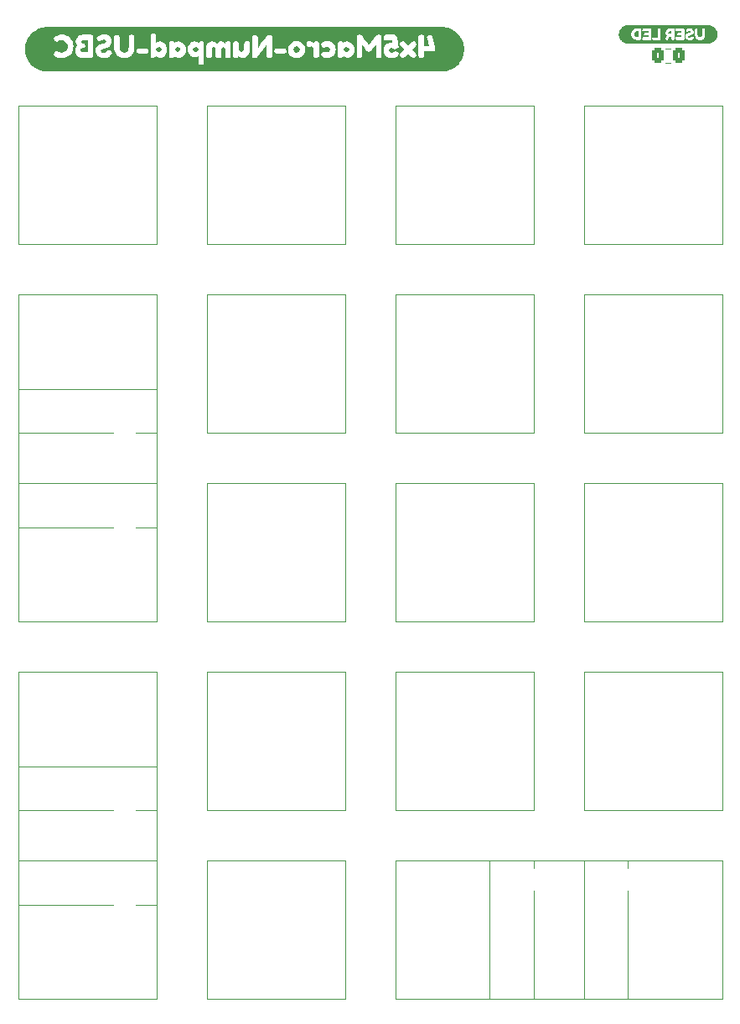
<source format=gbo>
G04 #@! TF.GenerationSoftware,KiCad,Pcbnew,7.0.2*
G04 #@! TF.CreationDate,2023-08-22T20:01:55-07:00*
G04 #@! TF.ProjectId,4x5Macro-Numpad-USBC,3478354d-6163-4726-9f2d-4e756d706164,rev?*
G04 #@! TF.SameCoordinates,Original*
G04 #@! TF.FileFunction,Legend,Bot*
G04 #@! TF.FilePolarity,Positive*
%FSLAX46Y46*%
G04 Gerber Fmt 4.6, Leading zero omitted, Abs format (unit mm)*
G04 Created by KiCad (PCBNEW 7.0.2) date 2023-08-22 20:01:55*
%MOMM*%
%LPD*%
G01*
G04 APERTURE LIST*
G04 Aperture macros list*
%AMRoundRect*
0 Rectangle with rounded corners*
0 $1 Rounding radius*
0 $2 $3 $4 $5 $6 $7 $8 $9 X,Y pos of 4 corners*
0 Add a 4 corners polygon primitive as box body*
4,1,4,$2,$3,$4,$5,$6,$7,$8,$9,$2,$3,0*
0 Add four circle primitives for the rounded corners*
1,1,$1+$1,$2,$3*
1,1,$1+$1,$4,$5*
1,1,$1+$1,$6,$7*
1,1,$1+$1,$8,$9*
0 Add four rect primitives between the rounded corners*
20,1,$1+$1,$2,$3,$4,$5,0*
20,1,$1+$1,$4,$5,$6,$7,0*
20,1,$1+$1,$6,$7,$8,$9,0*
20,1,$1+$1,$8,$9,$2,$3,0*%
G04 Aperture macros list end*
%ADD10C,0.120000*%
%ADD11O,1.000000X1.800000*%
%ADD12O,1.000000X2.100000*%
%ADD13C,0.650000*%
%ADD14C,2.200000*%
%ADD15C,4.000000*%
%ADD16RoundRect,0.250000X0.337500X0.475000X-0.337500X0.475000X-0.337500X-0.475000X0.337500X-0.475000X0*%
G04 APERTURE END LIST*
D10*
X135255000Y-117475000D02*
X135255000Y-131445000D01*
X135255000Y-131445000D02*
X149225000Y-131445000D01*
X149225000Y-117475000D02*
X135255000Y-117475000D01*
X149225000Y-131445000D02*
X149225000Y-117475000D01*
X154305000Y-41275000D02*
X154305000Y-55245000D01*
X154305000Y-55245000D02*
X168275000Y-55245000D01*
X168275000Y-41275000D02*
X154305000Y-41275000D01*
X168275000Y-55245000D02*
X168275000Y-41275000D01*
X154305000Y-79375000D02*
X154305000Y-93345000D01*
X154305000Y-93345000D02*
X168275000Y-93345000D01*
X168275000Y-79375000D02*
X154305000Y-79375000D01*
X168275000Y-93345000D02*
X168275000Y-79375000D01*
G36*
X159222475Y-33320291D02*
G01*
X159440943Y-33352698D01*
X159655182Y-33406362D01*
X159863130Y-33480767D01*
X160062783Y-33575196D01*
X160252220Y-33688740D01*
X160429614Y-33820305D01*
X160593260Y-33968624D01*
X160741579Y-34132269D01*
X160873144Y-34309664D01*
X160986688Y-34499100D01*
X161081117Y-34698753D01*
X161155521Y-34906701D01*
X161209186Y-35120940D01*
X161241592Y-35339408D01*
X161252429Y-35560000D01*
X161241592Y-35780592D01*
X161209186Y-35999060D01*
X161155521Y-36213299D01*
X161081117Y-36421247D01*
X160986688Y-36620900D01*
X160873144Y-36810336D01*
X160741579Y-36987731D01*
X160593260Y-37151376D01*
X160429614Y-37299695D01*
X160252220Y-37431260D01*
X160062783Y-37544804D01*
X159863130Y-37639233D01*
X159655182Y-37713638D01*
X159440943Y-37767302D01*
X159222475Y-37799709D01*
X159001883Y-37810546D01*
X158340425Y-37810546D01*
X156911675Y-37810546D01*
X155063825Y-37810546D01*
X153901775Y-37810546D01*
X150663275Y-37810546D01*
X148747162Y-37810546D01*
X147427950Y-37810546D01*
X146326225Y-37810546D01*
X144325975Y-37810546D01*
X142309850Y-37810546D01*
X140122275Y-37810546D01*
X138195050Y-37810546D01*
X135493125Y-37810546D01*
X134686675Y-37810546D01*
X131722812Y-37810546D01*
X129878137Y-37810546D01*
X128384300Y-37810546D01*
X126925387Y-37810546D01*
X124844175Y-37810546D01*
X122675650Y-37810546D01*
X120572212Y-37810546D01*
X119789575Y-37810546D01*
X119128117Y-37810546D01*
X118907525Y-37799709D01*
X118689057Y-37767302D01*
X118474818Y-37713638D01*
X118266870Y-37639233D01*
X118067217Y-37544804D01*
X117877780Y-37431260D01*
X117700386Y-37299695D01*
X117536740Y-37151376D01*
X117388421Y-36987731D01*
X117256856Y-36810336D01*
X117143312Y-36620900D01*
X117048883Y-36421247D01*
X116974479Y-36213299D01*
X116920814Y-35999060D01*
X116888408Y-35780592D01*
X116877571Y-35560000D01*
X116888408Y-35339408D01*
X116920814Y-35120940D01*
X116974479Y-34906701D01*
X117048883Y-34698753D01*
X117143312Y-34499100D01*
X117162073Y-34467800D01*
X119789575Y-34467800D01*
X119856250Y-34644012D01*
X119973725Y-34772600D01*
X120078500Y-34815462D01*
X120240425Y-34745612D01*
X120396000Y-34664650D01*
X120596025Y-34637662D01*
X120800812Y-34673381D01*
X121002425Y-34780537D01*
X121161175Y-34977387D01*
X121208800Y-35112722D01*
X121224675Y-35264725D01*
X121208800Y-35416728D01*
X121161175Y-35552062D01*
X120999250Y-35752087D01*
X120801606Y-35856863D01*
X120596025Y-35891787D01*
X120410287Y-35866387D01*
X120284875Y-35815587D01*
X120227725Y-35774312D01*
X120075325Y-35710813D01*
X119972931Y-35755262D01*
X119862600Y-35888612D01*
X119792750Y-36066412D01*
X119835612Y-36177538D01*
X119935625Y-36256913D01*
X120045162Y-36323587D01*
X120259475Y-36406138D01*
X120418622Y-36444237D01*
X120572212Y-36456937D01*
X120723819Y-36447016D01*
X120877012Y-36417250D01*
X121033381Y-36364069D01*
X121194512Y-36283900D01*
X121349691Y-36179919D01*
X121488200Y-36055300D01*
X121606866Y-35901313D01*
X121702512Y-35709225D01*
X121712063Y-35675887D01*
X121945400Y-35675887D01*
X121972387Y-35876089D01*
X122044883Y-36053360D01*
X122162887Y-36207700D01*
X122313700Y-36326762D01*
X122484621Y-36398200D01*
X122675650Y-36422012D01*
X123510675Y-36422012D01*
X123686887Y-36391850D01*
X123771025Y-36301362D01*
X123790075Y-36136262D01*
X123790075Y-35682237D01*
X123996450Y-35682237D01*
X124017087Y-35876309D01*
X124079000Y-36045775D01*
X124174250Y-36185078D01*
X124294900Y-36288662D01*
X124470231Y-36382149D01*
X124653322Y-36438240D01*
X124844175Y-36456937D01*
X124989431Y-36447809D01*
X125126750Y-36420425D01*
X125342650Y-36329938D01*
X125485525Y-36229925D01*
X125577600Y-36133088D01*
X125606175Y-36098162D01*
X125688725Y-35915600D01*
X125654594Y-35821541D01*
X125552200Y-35701287D01*
X125383925Y-35625087D01*
X125277562Y-35664775D01*
X125136275Y-35783838D01*
X125009275Y-35887025D01*
X124856875Y-35936237D01*
X124692833Y-35909426D01*
X124594408Y-35828993D01*
X124561600Y-35694937D01*
X124642562Y-35572700D01*
X124844175Y-35501262D01*
X124969587Y-35472291D01*
X125104525Y-35429825D01*
X125239462Y-35376247D01*
X125313752Y-35339337D01*
X125895100Y-35339337D01*
X125911372Y-35544125D01*
X125960187Y-35739388D01*
X126041547Y-35925125D01*
X126155450Y-36101337D01*
X126300706Y-36247784D01*
X126482475Y-36363275D01*
X126693216Y-36438284D01*
X126925387Y-36463287D01*
X127157162Y-36437887D01*
X127366712Y-36361687D01*
X127546497Y-36244212D01*
X127640472Y-36145787D01*
X129574925Y-36145787D01*
X129579687Y-36255325D01*
X129609850Y-36336287D01*
X129700734Y-36400581D01*
X129878137Y-36422012D01*
X130049984Y-36383119D01*
X130124200Y-36266437D01*
X130283744Y-36380738D01*
X130495675Y-36418838D01*
X130680531Y-36391144D01*
X130854097Y-36308065D01*
X131016375Y-36169600D01*
X131036466Y-36142613D01*
X131473575Y-36142613D01*
X131478337Y-36252150D01*
X131505325Y-36336287D01*
X131581922Y-36398200D01*
X131722812Y-36418838D01*
X131954587Y-36375975D01*
X132022850Y-36250562D01*
X132179616Y-36376769D01*
X132414962Y-36418838D01*
X132593644Y-36390968D01*
X132763507Y-36307360D01*
X132924550Y-36168013D01*
X133055078Y-35991800D01*
X133133394Y-35797596D01*
X133159500Y-35585400D01*
X133157335Y-35567937D01*
X133318250Y-35567937D01*
X133343826Y-35775018D01*
X133420556Y-35964460D01*
X133548437Y-36136262D01*
X133705247Y-36272082D01*
X133868760Y-36353574D01*
X134038975Y-36380738D01*
X134263606Y-36344225D01*
X134416800Y-36234687D01*
X134416800Y-36876038D01*
X134421562Y-36983988D01*
X134450137Y-37064950D01*
X134531100Y-37130037D01*
X134686675Y-37149088D01*
X134843837Y-37130037D01*
X134926387Y-37066537D01*
X134954962Y-36987163D01*
X134959725Y-36879212D01*
X134959725Y-36145787D01*
X135213725Y-36145787D01*
X135218487Y-36255325D01*
X135248650Y-36339463D01*
X135330406Y-36403756D01*
X135493125Y-36425187D01*
X135654256Y-36402963D01*
X135737600Y-36336287D01*
X135764587Y-36252150D01*
X135769350Y-36142613D01*
X135769350Y-35586988D01*
X135818562Y-35379819D01*
X135966200Y-35310762D01*
X136117012Y-35383787D01*
X136156700Y-35590162D01*
X136156700Y-36145787D01*
X136161462Y-36256913D01*
X136191625Y-36339463D01*
X136275762Y-36403756D01*
X136439275Y-36425187D01*
X136600406Y-36402963D01*
X136683750Y-36336287D01*
X136710737Y-36252150D01*
X136715500Y-36142613D01*
X136715500Y-35586988D01*
X136764712Y-35379819D01*
X136912350Y-35310762D01*
X137055225Y-35379819D01*
X137102850Y-35586988D01*
X137102850Y-36148962D01*
X137107612Y-36258500D01*
X137137775Y-36342638D01*
X137223500Y-36404550D01*
X137385425Y-36425187D01*
X137546556Y-36403756D01*
X137629900Y-36339463D01*
X137656887Y-36256913D01*
X137661378Y-36152137D01*
X137915650Y-36152137D01*
X137920412Y-36258500D01*
X137950575Y-36339463D01*
X138035506Y-36401375D01*
X138195050Y-36422012D01*
X138351419Y-36402963D01*
X138433175Y-36345812D01*
X138464925Y-36215638D01*
X138522075Y-36279138D01*
X138607800Y-36348987D01*
X138842750Y-36418838D01*
X139044362Y-36391850D01*
X139221633Y-36310888D01*
X139374562Y-36175950D01*
X139394926Y-36145787D01*
X139839700Y-36145787D01*
X139844462Y-36256913D01*
X139874625Y-36339463D01*
X139958762Y-36403756D01*
X140122275Y-36425187D01*
X140293725Y-36406138D01*
X140373100Y-36345812D01*
X140597643Y-36046657D01*
X140795022Y-35784190D01*
X140965237Y-35558412D01*
X141108289Y-35369324D01*
X141224176Y-35216924D01*
X141312900Y-35101212D01*
X141312900Y-36145787D01*
X141317662Y-36256913D01*
X141347825Y-36339463D01*
X141431962Y-36403756D01*
X141595475Y-36425187D01*
X141754225Y-36403756D01*
X141836775Y-36339463D01*
X141866937Y-36253738D01*
X141871700Y-36142613D01*
X141871700Y-35733037D01*
X142078075Y-35733037D01*
X142095537Y-35877500D01*
X142151100Y-35955287D01*
X142309850Y-35983863D01*
X143065500Y-35983863D01*
X143207581Y-35956875D01*
X143278225Y-35875912D01*
X143294100Y-35729862D01*
X143275050Y-35586988D01*
X143452850Y-35586988D01*
X143486981Y-35835828D01*
X143589375Y-36055300D01*
X143740584Y-36233100D01*
X143921162Y-36356925D01*
X144119997Y-36429553D01*
X144325975Y-36453763D01*
X144532350Y-36427966D01*
X144732375Y-36350575D01*
X144913747Y-36222781D01*
X145064162Y-36045775D01*
X145165366Y-35831066D01*
X145199100Y-35590162D01*
X145169467Y-35350979D01*
X145080567Y-35141429D01*
X144950703Y-34983737D01*
X145326100Y-34983737D01*
X145386425Y-35205987D01*
X145561050Y-35326637D01*
X145670587Y-35301237D01*
X145808700Y-35275837D01*
X145969037Y-35336162D01*
X146043650Y-35482212D01*
X146043650Y-36148962D01*
X146048412Y-36258500D01*
X146078575Y-36342638D01*
X146164300Y-36404550D01*
X146326225Y-36425187D01*
X146545300Y-36371212D01*
X146602450Y-36234687D01*
X146602450Y-36142613D01*
X146602450Y-36088637D01*
X146808825Y-36088637D01*
X146852481Y-36205319D01*
X146983450Y-36314063D01*
X147185062Y-36409313D01*
X147427950Y-36441063D01*
X147622331Y-36417426D01*
X147811772Y-36346518D01*
X147996275Y-36228337D01*
X148081713Y-36142613D01*
X148497925Y-36142613D01*
X148502687Y-36252150D01*
X148529675Y-36336287D01*
X148606272Y-36398200D01*
X148747162Y-36418838D01*
X148978937Y-36375975D01*
X149047200Y-36250562D01*
X149203966Y-36376769D01*
X149439312Y-36418838D01*
X149617994Y-36390968D01*
X149787857Y-36307360D01*
X149948900Y-36168013D01*
X149965364Y-36145787D01*
X150390225Y-36145787D01*
X150420387Y-36319619D01*
X150510875Y-36402963D01*
X150663275Y-36422012D01*
X150809325Y-36406138D01*
X150891875Y-36368038D01*
X150936325Y-36304538D01*
X150952200Y-36139437D01*
X150952200Y-35075812D01*
X151049831Y-35203209D01*
X151183975Y-35388550D01*
X151308594Y-35562778D01*
X151377650Y-35656837D01*
X151434800Y-35731450D01*
X151512587Y-35788600D01*
X151645937Y-35825112D01*
X151776112Y-35791775D01*
X151860250Y-35726687D01*
X151885650Y-35691762D01*
X151980106Y-35567541D01*
X152136475Y-35353625D01*
X152280937Y-35154791D01*
X152339675Y-35075812D01*
X152339675Y-36145787D01*
X152344437Y-36255325D01*
X152374600Y-36336287D01*
X152460325Y-36400581D01*
X152622250Y-36422012D01*
X152779412Y-36400581D01*
X152863550Y-36336287D01*
X152893712Y-36253738D01*
X152898475Y-36139437D01*
X152898475Y-35667950D01*
X153104850Y-35667950D01*
X153130250Y-35876794D01*
X153206450Y-36065178D01*
X153333450Y-36233100D01*
X153498197Y-36364510D01*
X153687639Y-36443356D01*
X153901775Y-36469637D01*
X154092275Y-36453057D01*
X154270075Y-36403315D01*
X154435175Y-36320412D01*
X154514550Y-36260087D01*
X154539950Y-36237862D01*
X154603291Y-36137850D01*
X154755850Y-36137850D01*
X154870150Y-36331525D01*
X155063825Y-36444237D01*
X155257500Y-36329938D01*
X155606750Y-35977512D01*
X155959175Y-36329938D01*
X156151262Y-36444237D01*
X156344937Y-36331525D01*
X156457975Y-36142613D01*
X156635450Y-36142613D01*
X156665612Y-36325175D01*
X156757687Y-36402963D01*
X156911675Y-36422012D01*
X157057725Y-36406138D01*
X157140275Y-36368038D01*
X157181550Y-36304538D01*
X157200600Y-36139437D01*
X157200600Y-35752087D01*
X158061025Y-35752087D01*
X158238031Y-35721925D01*
X158324550Y-35631437D01*
X158340425Y-35494912D01*
X158330900Y-35367912D01*
X158067375Y-34304287D01*
X158034038Y-34193162D01*
X157976887Y-34120137D01*
X157867350Y-34085212D01*
X157721300Y-34107437D01*
X157554612Y-34188400D01*
X157499050Y-34310637D01*
X157521275Y-34443987D01*
X157524450Y-34453512D01*
X157718125Y-35228212D01*
X157200600Y-35228212D01*
X157200600Y-34361437D01*
X157195837Y-34253487D01*
X157165675Y-34174112D01*
X157078362Y-34112200D01*
X156916437Y-34094737D01*
X156756100Y-34115375D01*
X156670375Y-34182050D01*
X156640212Y-34266187D01*
X156635450Y-34377312D01*
X156635450Y-36142613D01*
X156457975Y-36142613D01*
X156460825Y-36137850D01*
X156346525Y-35942587D01*
X155994100Y-35586988D01*
X156346525Y-35231387D01*
X156460825Y-35036125D01*
X156344937Y-34840862D01*
X156151262Y-34726562D01*
X155959175Y-34840862D01*
X155606750Y-35196462D01*
X155257500Y-34840862D01*
X155063825Y-34726562D01*
X154870150Y-34840862D01*
X154755850Y-35036125D01*
X154870150Y-35231387D01*
X155222575Y-35586988D01*
X154870150Y-35942587D01*
X154755850Y-36137850D01*
X154603291Y-36137850D01*
X154660600Y-36047362D01*
X154543125Y-35840987D01*
X154358975Y-35736213D01*
X154146250Y-35837812D01*
X153947812Y-35904487D01*
X153738262Y-35844163D01*
X153670000Y-35677475D01*
X153744612Y-35509200D01*
X153914475Y-35447287D01*
X154066875Y-35504437D01*
X154239912Y-35577462D01*
X154439937Y-35517137D01*
X154587575Y-35420300D01*
X154622500Y-35342512D01*
X154606625Y-35194081D01*
X154559000Y-34831337D01*
X154510581Y-34474150D01*
X154492325Y-34342387D01*
X154470100Y-34275712D01*
X154424062Y-34189987D01*
X154341512Y-34121725D01*
X154212925Y-34091562D01*
X153730325Y-34094737D01*
X153431875Y-34094737D01*
X153320750Y-34099500D01*
X153238200Y-34129662D01*
X153173906Y-34215387D01*
X153152475Y-34383662D01*
X153172319Y-34536856D01*
X153231850Y-34615437D01*
X153309637Y-34645600D01*
X153412825Y-34650362D01*
X153968450Y-34650362D01*
X154000200Y-34891662D01*
X153889075Y-34885312D01*
X153694694Y-34910536D01*
X153513719Y-34986207D01*
X153346150Y-35112325D01*
X153212094Y-35274956D01*
X153131661Y-35460164D01*
X153104850Y-35667950D01*
X152898475Y-35667950D01*
X152898475Y-34377312D01*
X152893712Y-34267775D01*
X152863550Y-34183637D01*
X152777825Y-34121725D01*
X152615900Y-34101087D01*
X152468262Y-34121725D01*
X152387300Y-34164587D01*
X152368250Y-34183637D01*
X151647525Y-35129787D01*
X151445976Y-34863468D01*
X151273129Y-34636011D01*
X151128984Y-34447416D01*
X151013541Y-34297683D01*
X150926800Y-34186812D01*
X150835916Y-34122519D01*
X150671212Y-34101087D01*
X150508891Y-34122519D01*
X150425150Y-34186812D01*
X150394987Y-34272537D01*
X150390225Y-34383662D01*
X150390225Y-36145787D01*
X149965364Y-36145787D01*
X150079428Y-35991800D01*
X150157744Y-35797596D01*
X150183850Y-35585400D01*
X150157568Y-35373381D01*
X150078722Y-35179706D01*
X149947312Y-35004375D01*
X149784506Y-34865910D01*
X149611468Y-34782831D01*
X149428200Y-34755137D01*
X149231350Y-34793237D01*
X149107525Y-34864675D01*
X149050375Y-34929762D01*
X148978144Y-34796412D01*
X148799550Y-34751962D01*
X148615400Y-34771012D01*
X148531262Y-34837687D01*
X148502687Y-34921825D01*
X148497925Y-35031362D01*
X148497925Y-36142613D01*
X148081713Y-36142613D01*
X148114544Y-36109672D01*
X148209000Y-35956875D01*
X148270912Y-35778281D01*
X148291550Y-35582225D01*
X148270912Y-35386963D01*
X148209000Y-35210750D01*
X148114544Y-35060334D01*
X147996275Y-34942462D01*
X147816711Y-34826046D01*
X147629386Y-34756196D01*
X147434300Y-34732912D01*
X147199350Y-34766250D01*
X147031075Y-34831337D01*
X146980275Y-34863087D01*
X146891375Y-34923412D01*
X146808825Y-35067875D01*
X146875500Y-35250437D01*
X146987419Y-35381406D01*
X147094575Y-35425062D01*
X147266025Y-35355212D01*
X147429537Y-35301237D01*
X147627975Y-35377437D01*
X147720050Y-35588575D01*
X147631150Y-35798125D01*
X147442237Y-35872737D01*
X147254912Y-35814000D01*
X147113625Y-35755262D01*
X147008056Y-35797331D01*
X146881850Y-35923537D01*
X146808825Y-36088637D01*
X146602450Y-36088637D01*
X146602450Y-35028187D01*
X146597687Y-34918650D01*
X146570700Y-34837687D01*
X146486562Y-34773394D01*
X146323050Y-34751962D01*
X146168269Y-34770219D01*
X146084925Y-34824987D01*
X146050000Y-34929762D01*
X146003962Y-34875787D01*
X145875375Y-34790062D01*
X145702337Y-34736087D01*
X145576925Y-34744025D01*
X145465800Y-34771012D01*
X145365787Y-34836100D01*
X145326100Y-34983737D01*
X144950703Y-34983737D01*
X144932400Y-34961512D01*
X144746133Y-34823929D01*
X144542933Y-34741379D01*
X144322800Y-34713862D01*
X144103019Y-34741203D01*
X143900878Y-34823224D01*
X143716375Y-34959925D01*
X143569972Y-35138960D01*
X143482131Y-35347981D01*
X143452850Y-35586988D01*
X143275050Y-35586988D01*
X143214725Y-35510788D01*
X143062325Y-35482212D01*
X142306675Y-35482212D01*
X142165387Y-35508406D01*
X142097125Y-35586988D01*
X142078075Y-35733037D01*
X141871700Y-35733037D01*
X141871700Y-34370962D01*
X141841537Y-34194750D01*
X141751050Y-34120137D01*
X141595475Y-34101087D01*
X141444662Y-34118550D01*
X141366875Y-34158237D01*
X141293850Y-34240787D01*
X141082889Y-34527331D01*
X140896622Y-34779479D01*
X140735050Y-34997231D01*
X140598172Y-35180587D01*
X140485989Y-35329548D01*
X140398500Y-35444112D01*
X140398500Y-34370962D01*
X140368337Y-34194750D01*
X140277850Y-34120137D01*
X140127037Y-34101087D01*
X139980987Y-34116962D01*
X139898437Y-34155062D01*
X139858750Y-34221737D01*
X139839700Y-34383662D01*
X139839700Y-36145787D01*
X139394926Y-36145787D01*
X139491861Y-36002207D01*
X139562240Y-35804828D01*
X139585700Y-35583812D01*
X139585700Y-35028187D01*
X139580937Y-34917062D01*
X139553950Y-34834512D01*
X139469812Y-34770219D01*
X139306300Y-34748787D01*
X139130087Y-34778950D01*
X139045950Y-34869437D01*
X139026900Y-35031362D01*
X139026900Y-35586988D01*
X138952287Y-35790187D01*
X138752262Y-35863212D01*
X138549062Y-35787013D01*
X138471275Y-35586988D01*
X138471275Y-35025012D01*
X138466512Y-34915475D01*
X138436350Y-34831337D01*
X138354594Y-34769425D01*
X138191875Y-34748787D01*
X138030744Y-34770219D01*
X137947400Y-34834512D01*
X137920412Y-34918650D01*
X137915650Y-35028187D01*
X137915650Y-36152137D01*
X137661378Y-36152137D01*
X137661650Y-36145787D01*
X137661650Y-35028187D01*
X137656887Y-34918650D01*
X137626725Y-34837687D01*
X137546556Y-34773394D01*
X137401300Y-34751962D01*
X137169525Y-34809112D01*
X137115550Y-34974212D01*
X136951244Y-34805144D01*
X136756775Y-34748787D01*
X136559219Y-34779479D01*
X136398353Y-34871554D01*
X136274175Y-35025012D01*
X136190037Y-34925000D01*
X136032875Y-34810700D01*
X135810625Y-34748787D01*
X135577262Y-34797603D01*
X135385175Y-34944050D01*
X135289925Y-35102624D01*
X135232775Y-35317994D01*
X135213725Y-35590162D01*
X135213725Y-36145787D01*
X134959725Y-36145787D01*
X134959725Y-35025012D01*
X134954962Y-34917062D01*
X134927975Y-34837687D01*
X134852569Y-34773394D01*
X134715250Y-34751962D01*
X134488237Y-34794825D01*
X134419975Y-34920237D01*
X134264797Y-34796412D01*
X134040562Y-34755137D01*
X133871053Y-34782301D01*
X133707540Y-34863793D01*
X133550025Y-34999612D01*
X133421261Y-35171415D01*
X133344003Y-35360857D01*
X133318250Y-35567937D01*
X133157335Y-35567937D01*
X133133218Y-35373381D01*
X133054372Y-35179706D01*
X132922962Y-35004375D01*
X132760156Y-34865910D01*
X132587118Y-34782831D01*
X132403850Y-34755137D01*
X132207000Y-34793237D01*
X132083175Y-34864675D01*
X132026025Y-34929762D01*
X131953794Y-34796412D01*
X131775200Y-34751962D01*
X131591050Y-34771012D01*
X131506912Y-34837687D01*
X131478337Y-34921825D01*
X131473575Y-35031362D01*
X131473575Y-36142613D01*
X131036466Y-36142613D01*
X131146903Y-35994269D01*
X131225219Y-35800594D01*
X131251325Y-35588575D01*
X131225043Y-35376379D01*
X131146197Y-35182175D01*
X131014787Y-35005962D01*
X130851981Y-34866615D01*
X130678943Y-34783007D01*
X130495675Y-34755137D01*
X130286919Y-34794825D01*
X130130550Y-34913887D01*
X130130550Y-34247137D01*
X130125787Y-34137600D01*
X130097212Y-34055050D01*
X130013075Y-33989962D01*
X129852737Y-33970912D01*
X129692400Y-33989962D01*
X129608262Y-34056637D01*
X129579687Y-34140775D01*
X129574925Y-34250312D01*
X129574925Y-36145787D01*
X127640472Y-36145787D01*
X127688975Y-36094988D01*
X127801489Y-35921156D01*
X127881856Y-35736213D01*
X127882637Y-35733037D01*
X128152525Y-35733037D01*
X128169987Y-35877500D01*
X128225550Y-35955287D01*
X128384300Y-35983863D01*
X129139950Y-35983863D01*
X129282031Y-35956875D01*
X129352675Y-35875912D01*
X129368550Y-35729862D01*
X129349500Y-35586988D01*
X129289175Y-35510788D01*
X129136775Y-35482212D01*
X128381125Y-35482212D01*
X128239837Y-35508406D01*
X128171575Y-35586988D01*
X128152525Y-35733037D01*
X127882637Y-35733037D01*
X127930077Y-35540156D01*
X127946150Y-35332987D01*
X127946150Y-34377312D01*
X127941387Y-34264600D01*
X127911225Y-34180462D01*
X127825500Y-34113787D01*
X127663575Y-34094737D01*
X127501650Y-34113787D01*
X127419100Y-34180462D01*
X127381000Y-34380487D01*
X127381000Y-35332987D01*
X127357187Y-35521900D01*
X127285750Y-35701287D01*
X127142875Y-35844163D01*
X126917450Y-35898137D01*
X126715044Y-35855275D01*
X126571375Y-35726687D01*
X126485650Y-35541744D01*
X126457075Y-35329812D01*
X126457075Y-34358262D01*
X126425325Y-34183637D01*
X126333250Y-34113787D01*
X126182437Y-34094737D01*
X126037975Y-34110612D01*
X125955425Y-34148712D01*
X125914150Y-34215387D01*
X125895100Y-34380487D01*
X125895100Y-35339337D01*
X125313752Y-35339337D01*
X125364875Y-35313937D01*
X125475603Y-35227816D01*
X125566487Y-35102800D01*
X125627209Y-34943653D01*
X125647450Y-34755137D01*
X125624343Y-34576808D01*
X125555022Y-34414354D01*
X125439487Y-34267775D01*
X125284089Y-34152240D01*
X125095176Y-34082919D01*
X124872750Y-34059812D01*
X124690584Y-34072116D01*
X124525087Y-34109025D01*
X124307600Y-34209037D01*
X124228225Y-34269362D01*
X124129800Y-34424937D01*
X124206000Y-34599562D01*
X124315537Y-34718625D01*
X124428250Y-34758312D01*
X124593350Y-34694812D01*
X124629862Y-34663062D01*
X124679075Y-34621787D01*
X124848937Y-34580512D01*
X125020387Y-34629725D01*
X125088650Y-34766250D01*
X125007687Y-34907537D01*
X124806075Y-34980562D01*
X124679869Y-35004772D01*
X124542550Y-35039300D01*
X124405231Y-35083353D01*
X124279025Y-35136137D01*
X124168297Y-35214322D01*
X124077412Y-35334575D01*
X124016691Y-35492134D01*
X123996450Y-35682237D01*
X123790075Y-35682237D01*
X123790075Y-34374137D01*
X123785312Y-34263012D01*
X123755150Y-34180462D01*
X123671012Y-34116169D01*
X123507500Y-34094737D01*
X122707400Y-34094737D01*
X122523250Y-34117315D01*
X122360267Y-34185049D01*
X122218450Y-34297937D01*
X122103797Y-34444693D01*
X122035006Y-34609793D01*
X122012075Y-34793237D01*
X122042237Y-34994056D01*
X122132725Y-35177412D01*
X122028656Y-35331576D01*
X121966214Y-35497735D01*
X121945400Y-35675887D01*
X121712063Y-35675887D01*
X121765616Y-35488959D01*
X121786650Y-35250437D01*
X121766012Y-35014297D01*
X121704100Y-34801175D01*
X121610041Y-34617025D01*
X121492962Y-34467800D01*
X121355247Y-34346753D01*
X121199275Y-34247137D01*
X120991489Y-34151887D01*
X120782997Y-34094737D01*
X120573800Y-34075687D01*
X120423384Y-34087197D01*
X120270587Y-34121725D01*
X120037225Y-34215387D01*
X119961025Y-34259837D01*
X119872125Y-34316987D01*
X119789575Y-34467800D01*
X117162073Y-34467800D01*
X117256856Y-34309664D01*
X117388421Y-34132269D01*
X117536740Y-33968624D01*
X117700386Y-33820305D01*
X117877780Y-33688740D01*
X118067217Y-33575196D01*
X118266870Y-33480767D01*
X118474818Y-33406362D01*
X118689057Y-33352698D01*
X118907525Y-33320291D01*
X119128117Y-33309454D01*
X119789575Y-33309454D01*
X158340425Y-33309454D01*
X159001883Y-33309454D01*
X159222475Y-33320291D01*
G37*
G36*
X123228100Y-35860038D02*
G01*
X122707400Y-35860038D01*
X122557381Y-35806062D01*
X122507375Y-35644137D01*
X122524837Y-35523488D01*
X122583575Y-35459987D01*
X122761375Y-35434587D01*
X122932825Y-35390138D01*
X122989975Y-35207575D01*
X122931237Y-35025012D01*
X122735975Y-34980562D01*
X122583575Y-34913887D01*
X122574050Y-34799587D01*
X122626437Y-34688462D01*
X122783600Y-34656712D01*
X123228100Y-34656712D01*
X123228100Y-35860038D01*
G37*
G36*
X144538700Y-35352037D02*
G01*
X144612519Y-35450066D01*
X144637125Y-35585400D01*
X144611725Y-35720337D01*
X144535525Y-35817175D01*
X144329150Y-35894963D01*
X144119600Y-35815587D01*
X144041019Y-35717162D01*
X144014825Y-35580637D01*
X144039431Y-35444906D01*
X144113250Y-35348862D01*
X144325975Y-35272662D01*
X144538700Y-35352037D01*
G37*
G36*
X130619500Y-35398075D02*
G01*
X130695700Y-35590162D01*
X130613150Y-35780662D01*
X130413125Y-35866387D01*
X130217862Y-35780662D01*
X130140075Y-35591750D01*
X130214687Y-35399663D01*
X130416300Y-35310762D01*
X130619500Y-35398075D01*
G37*
G36*
X132526087Y-35396487D02*
G01*
X132603875Y-35590162D01*
X132521325Y-35779075D01*
X132321300Y-35863212D01*
X132126037Y-35777487D01*
X132048250Y-35588575D01*
X132122862Y-35396487D01*
X132322887Y-35307587D01*
X132526087Y-35396487D01*
G37*
G36*
X134331075Y-35383787D02*
G01*
X134404100Y-35571112D01*
X134329487Y-35756850D01*
X134138987Y-35840987D01*
X133942137Y-35758438D01*
X133861175Y-35571112D01*
X133937375Y-35382200D01*
X134135812Y-35298062D01*
X134331075Y-35383787D01*
G37*
G36*
X149550437Y-35396487D02*
G01*
X149628225Y-35590162D01*
X149545675Y-35779075D01*
X149345650Y-35863212D01*
X149150387Y-35777487D01*
X149072600Y-35588575D01*
X149147212Y-35396487D01*
X149347237Y-35307587D01*
X149550437Y-35396487D01*
G37*
X116205000Y-60325000D02*
X116205000Y-74295000D01*
X116205000Y-74295000D02*
X130175000Y-74295000D01*
X130175000Y-60325000D02*
X116205000Y-60325000D01*
X130175000Y-74295000D02*
X130175000Y-60325000D01*
X135255000Y-60325000D02*
X135255000Y-74295000D01*
X135255000Y-74295000D02*
X149225000Y-74295000D01*
X149225000Y-60325000D02*
X135255000Y-60325000D01*
X149225000Y-74295000D02*
X149225000Y-60325000D01*
X116205000Y-41275000D02*
X116205000Y-55245000D01*
X116205000Y-55245000D02*
X130175000Y-55245000D01*
X130175000Y-41275000D02*
X116205000Y-41275000D01*
X130175000Y-55245000D02*
X130175000Y-41275000D01*
G36*
X186012698Y-33108888D02*
G01*
X186103131Y-33122302D01*
X186191814Y-33144516D01*
X186277893Y-33175316D01*
X186360538Y-33214404D01*
X186438953Y-33261405D01*
X186512385Y-33315865D01*
X186580125Y-33377261D01*
X186641520Y-33445001D01*
X186695981Y-33518432D01*
X186742981Y-33596848D01*
X186782070Y-33679493D01*
X186812869Y-33765571D01*
X186835083Y-33854254D01*
X186848497Y-33944687D01*
X186852983Y-34036000D01*
X186848497Y-34127313D01*
X186835083Y-34217746D01*
X186812869Y-34306429D01*
X186782070Y-34392507D01*
X186742981Y-34475152D01*
X186695981Y-34553568D01*
X186641520Y-34626999D01*
X186580125Y-34694739D01*
X186512385Y-34756135D01*
X186438953Y-34810595D01*
X186360538Y-34857596D01*
X186277893Y-34896684D01*
X186191814Y-34927484D01*
X186103131Y-34949698D01*
X186012698Y-34963112D01*
X185921385Y-34967598D01*
X185590656Y-34967598D01*
X185080275Y-34967598D01*
X184039669Y-34967598D01*
X182744269Y-34967598D01*
X181765575Y-34967598D01*
X180385244Y-34967598D01*
X179396231Y-34967598D01*
X178721544Y-34967598D01*
X178137344Y-34967598D01*
X177806615Y-34967598D01*
X177715302Y-34963112D01*
X177624869Y-34949698D01*
X177536186Y-34927484D01*
X177450108Y-34896684D01*
X177367462Y-34857596D01*
X177289047Y-34810595D01*
X177215615Y-34756135D01*
X177147875Y-34694739D01*
X177086480Y-34626999D01*
X177032019Y-34553568D01*
X176985019Y-34475152D01*
X176945930Y-34392507D01*
X176915131Y-34306429D01*
X176892917Y-34217746D01*
X176879503Y-34127313D01*
X176875017Y-34036000D01*
X176875407Y-34028062D01*
X178137344Y-34028062D01*
X178148010Y-34144793D01*
X178180008Y-34252892D01*
X178233338Y-34352359D01*
X178308000Y-34443194D01*
X178397843Y-34518898D01*
X178496714Y-34572972D01*
X178604614Y-34605416D01*
X178721544Y-34616231D01*
X179012056Y-34616231D01*
X179090638Y-34606309D01*
X179132706Y-34576544D01*
X179151161Y-34478119D01*
X179254944Y-34478119D01*
X179269628Y-34566225D01*
X179313681Y-34608294D01*
X179396231Y-34617819D01*
X180024881Y-34617819D01*
X180112988Y-34602737D01*
X180155056Y-34557494D01*
X180161873Y-34499550D01*
X180267769Y-34499550D01*
X180275706Y-34567019D01*
X180302694Y-34601944D01*
X180385244Y-34617819D01*
X180956744Y-34617819D01*
X181044850Y-34602737D01*
X181086919Y-34557494D01*
X181093269Y-34503519D01*
X181585394Y-34503519D01*
X181610000Y-34559081D01*
X181683819Y-34605119D01*
X181765575Y-34627344D01*
X181816375Y-34612263D01*
X181845744Y-34581306D01*
X181866558Y-34535974D01*
X181907833Y-34440195D01*
X181969569Y-34293969D01*
X182018781Y-34297144D01*
X182218806Y-34297144D01*
X182218806Y-34476531D01*
X182221188Y-34531300D01*
X182236269Y-34573369D01*
X182278338Y-34605516D01*
X182360094Y-34616231D01*
X182448200Y-34601547D01*
X182490269Y-34557494D01*
X182499428Y-34478119D01*
X182602981Y-34478119D01*
X182617666Y-34566225D01*
X182661719Y-34608294D01*
X182744269Y-34617819D01*
X183372919Y-34617819D01*
X183461025Y-34602737D01*
X183503094Y-34557494D01*
X183512619Y-34476531D01*
X183512619Y-34246344D01*
X183615806Y-34246344D01*
X183626125Y-34343380D01*
X183657081Y-34428113D01*
X183704706Y-34497764D01*
X183765031Y-34549556D01*
X183852697Y-34596299D01*
X183944242Y-34624345D01*
X184039669Y-34633694D01*
X184112297Y-34629130D01*
X184180956Y-34615437D01*
X184288906Y-34570194D01*
X184360344Y-34520188D01*
X184406381Y-34471769D01*
X184420669Y-34454306D01*
X184461944Y-34363025D01*
X184444878Y-34315995D01*
X184393681Y-34255869D01*
X184309544Y-34217769D01*
X184256363Y-34237612D01*
X184185719Y-34297144D01*
X184122219Y-34348737D01*
X184046019Y-34373344D01*
X183963998Y-34359938D01*
X183914785Y-34319722D01*
X183898381Y-34252694D01*
X183938863Y-34191575D01*
X184039669Y-34155856D01*
X184102375Y-34141370D01*
X184169844Y-34120137D01*
X184237313Y-34093348D01*
X184274457Y-34074894D01*
X184565131Y-34074894D01*
X184573267Y-34177287D01*
X184597675Y-34274919D01*
X184638355Y-34367787D01*
X184695306Y-34455894D01*
X184767934Y-34529117D01*
X184858819Y-34586862D01*
X184964189Y-34624367D01*
X185080275Y-34636869D01*
X185196163Y-34624169D01*
X185300938Y-34586069D01*
X185390830Y-34527331D01*
X185462069Y-34452719D01*
X185518326Y-34365803D01*
X185558509Y-34273331D01*
X185582620Y-34175303D01*
X185590656Y-34071719D01*
X185590656Y-33593881D01*
X185588275Y-33537525D01*
X185573194Y-33495456D01*
X185530331Y-33462119D01*
X185449369Y-33452594D01*
X185368406Y-33462119D01*
X185327131Y-33495456D01*
X185308081Y-33595469D01*
X185308081Y-34071719D01*
X185296175Y-34166175D01*
X185260456Y-34255869D01*
X185189019Y-34327306D01*
X185076306Y-34354294D01*
X184975103Y-34332863D01*
X184903269Y-34268569D01*
X184860406Y-34176097D01*
X184846119Y-34070131D01*
X184846119Y-33584356D01*
X184830244Y-33497044D01*
X184784206Y-33462119D01*
X184708800Y-33452594D01*
X184636569Y-33460531D01*
X184595294Y-33479581D01*
X184574656Y-33512919D01*
X184565131Y-33595469D01*
X184565131Y-34074894D01*
X184274457Y-34074894D01*
X184300019Y-34062194D01*
X184355383Y-34019133D01*
X184400825Y-33956625D01*
X184431186Y-33877052D01*
X184441306Y-33782794D01*
X184429753Y-33693629D01*
X184395092Y-33612402D01*
X184337325Y-33539112D01*
X184259626Y-33481345D01*
X184165169Y-33446685D01*
X184053956Y-33435131D01*
X183962873Y-33441283D01*
X183880125Y-33459737D01*
X183771381Y-33509744D01*
X183731694Y-33539906D01*
X183682481Y-33617694D01*
X183720581Y-33705006D01*
X183775350Y-33764538D01*
X183831706Y-33784381D01*
X183914256Y-33752631D01*
X183932513Y-33736756D01*
X183957119Y-33716119D01*
X184042050Y-33695481D01*
X184127775Y-33720087D01*
X184161906Y-33788350D01*
X184121425Y-33858994D01*
X184020619Y-33895506D01*
X183957516Y-33907611D01*
X183888856Y-33924875D01*
X183820197Y-33946902D01*
X183757094Y-33973294D01*
X183701730Y-34012386D01*
X183656288Y-34072512D01*
X183625927Y-34151292D01*
X183615806Y-34246344D01*
X183512619Y-34246344D01*
X183512619Y-33593881D01*
X183482456Y-33483550D01*
X183368156Y-33454181D01*
X182742681Y-33454181D01*
X182687913Y-33456562D01*
X182645844Y-33471644D01*
X182613697Y-33513712D01*
X182602981Y-33595469D01*
X182617666Y-33683575D01*
X182661719Y-33725644D01*
X182744269Y-33735169D01*
X183231631Y-33735169D01*
X183231631Y-33895506D01*
X182917306Y-33895506D01*
X182862538Y-33897887D01*
X182820469Y-33912969D01*
X182788322Y-33955037D01*
X182777606Y-34036794D01*
X182792688Y-34124900D01*
X182837931Y-34166969D01*
X182920481Y-34176494D01*
X183231631Y-34176494D01*
X183231631Y-34336831D01*
X182742681Y-34336831D01*
X182687913Y-34339213D01*
X182645844Y-34354294D01*
X182613697Y-34396362D01*
X182602981Y-34478119D01*
X182499428Y-34478119D01*
X182499794Y-34474944D01*
X182499794Y-33593881D01*
X182497413Y-33539112D01*
X182482331Y-33497044D01*
X182440263Y-33464897D01*
X182358506Y-33454181D01*
X182015606Y-33454181D01*
X181923355Y-33465470D01*
X181832867Y-33499337D01*
X181744144Y-33555781D01*
X181686200Y-33613725D01*
X181639369Y-33689131D01*
X181608413Y-33778031D01*
X181598094Y-33876456D01*
X181611323Y-33988992D01*
X181651010Y-34087417D01*
X181717156Y-34171731D01*
X181689640Y-34236819D01*
X181653656Y-34319898D01*
X181609206Y-34420969D01*
X181585394Y-34503519D01*
X181093269Y-34503519D01*
X181096444Y-34476531D01*
X181096444Y-33593881D01*
X181094063Y-33539112D01*
X181078981Y-33497044D01*
X181036913Y-33464897D01*
X180955156Y-33454181D01*
X180866653Y-33468866D01*
X180823394Y-33512919D01*
X180815456Y-33595469D01*
X180815456Y-34382869D01*
X180383656Y-34382869D01*
X180307456Y-34394775D01*
X180275706Y-34432081D01*
X180267769Y-34499550D01*
X180161873Y-34499550D01*
X180164581Y-34476531D01*
X180164581Y-33593881D01*
X180134419Y-33483550D01*
X180020119Y-33454181D01*
X179394644Y-33454181D01*
X179339875Y-33456562D01*
X179297806Y-33471644D01*
X179265659Y-33513712D01*
X179254944Y-33595469D01*
X179269628Y-33683575D01*
X179313681Y-33725644D01*
X179396231Y-33735169D01*
X179883594Y-33735169D01*
X179883594Y-33895506D01*
X179569269Y-33895506D01*
X179514500Y-33897887D01*
X179472431Y-33912969D01*
X179440284Y-33955037D01*
X179429569Y-34036794D01*
X179444650Y-34124900D01*
X179489894Y-34166969D01*
X179572444Y-34176494D01*
X179883594Y-34176494D01*
X179883594Y-34336831D01*
X179394644Y-34336831D01*
X179339875Y-34339213D01*
X179297806Y-34354294D01*
X179265659Y-34396362D01*
X179254944Y-34478119D01*
X179151161Y-34478119D01*
X179151756Y-34474944D01*
X179151756Y-33592294D01*
X179149375Y-33536731D01*
X179134294Y-33495456D01*
X179092225Y-33463309D01*
X179010469Y-33452594D01*
X178716781Y-33454181D01*
X178605160Y-33464550D01*
X178500484Y-33495655D01*
X178402754Y-33547496D01*
X178311969Y-33620075D01*
X178235570Y-33707784D01*
X178181000Y-33805019D01*
X178148258Y-33911778D01*
X178137344Y-34028062D01*
X176875407Y-34028062D01*
X176879503Y-33944687D01*
X176892917Y-33854254D01*
X176915131Y-33765571D01*
X176945930Y-33679493D01*
X176985019Y-33596848D01*
X177032019Y-33518432D01*
X177086480Y-33445001D01*
X177147875Y-33377261D01*
X177215615Y-33315865D01*
X177289047Y-33261405D01*
X177367462Y-33214404D01*
X177450108Y-33175316D01*
X177536186Y-33144516D01*
X177624869Y-33122302D01*
X177715302Y-33108888D01*
X177806615Y-33104402D01*
X178137344Y-33104402D01*
X185590656Y-33104402D01*
X185921385Y-33104402D01*
X186012698Y-33108888D01*
G37*
G36*
X178870769Y-34335244D02*
G01*
X178716781Y-34335244D01*
X178608038Y-34314011D01*
X178510406Y-34250312D01*
X178441350Y-34154467D01*
X178418331Y-34036794D01*
X178440755Y-33918723D01*
X178508025Y-33821687D01*
X178605458Y-33756798D01*
X178718369Y-33735169D01*
X178870769Y-33735169D01*
X178870769Y-34335244D01*
G37*
G36*
X182218806Y-34016156D02*
G01*
X182015606Y-34016156D01*
X181923531Y-33981231D01*
X181877494Y-33876456D01*
X181923531Y-33770887D01*
X182018781Y-33735169D01*
X182218806Y-33735169D01*
X182218806Y-34016156D01*
G37*
X154305000Y-117475000D02*
X154305000Y-131445000D01*
X154305000Y-131445000D02*
X168275000Y-131445000D01*
X168275000Y-117475000D02*
X154305000Y-117475000D01*
X168275000Y-131445000D02*
X168275000Y-117475000D01*
X135255000Y-98425000D02*
X135255000Y-112395000D01*
X135255000Y-112395000D02*
X149225000Y-112395000D01*
X149225000Y-98425000D02*
X135255000Y-98425000D01*
X149225000Y-112395000D02*
X149225000Y-98425000D01*
X173355000Y-79375000D02*
X173355000Y-93345000D01*
X173355000Y-93345000D02*
X187325000Y-93345000D01*
X187325000Y-79375000D02*
X173355000Y-79375000D01*
X187325000Y-93345000D02*
X187325000Y-79375000D01*
X173355000Y-98425000D02*
X173355000Y-112395000D01*
X173355000Y-112395000D02*
X187325000Y-112395000D01*
X187325000Y-98425000D02*
X173355000Y-98425000D01*
X187325000Y-112395000D02*
X187325000Y-98425000D01*
X116205000Y-98425000D02*
X116205000Y-112395000D01*
X116205000Y-112395000D02*
X130175000Y-112395000D01*
X130175000Y-98425000D02*
X116205000Y-98425000D01*
X130175000Y-112395000D02*
X130175000Y-98425000D01*
X116205000Y-107950000D02*
X116205000Y-121920000D01*
X116205000Y-121920000D02*
X130175000Y-121920000D01*
X130175000Y-107950000D02*
X116205000Y-107950000D01*
X130175000Y-121920000D02*
X130175000Y-107950000D01*
X116205000Y-79375000D02*
X116205000Y-93345000D01*
X116205000Y-93345000D02*
X130175000Y-93345000D01*
X130175000Y-79375000D02*
X116205000Y-79375000D01*
X130175000Y-93345000D02*
X130175000Y-79375000D01*
X116205000Y-117475000D02*
X116205000Y-131445000D01*
X116205000Y-131445000D02*
X130175000Y-131445000D01*
X130175000Y-117475000D02*
X116205000Y-117475000D01*
X130175000Y-131445000D02*
X130175000Y-117475000D01*
X135255000Y-41275000D02*
X135255000Y-55245000D01*
X135255000Y-55245000D02*
X149225000Y-55245000D01*
X149225000Y-41275000D02*
X135255000Y-41275000D01*
X149225000Y-55245000D02*
X149225000Y-41275000D01*
X182125252Y-35460000D02*
X181602748Y-35460000D01*
X182125252Y-36930000D02*
X181602748Y-36930000D01*
X154305000Y-98425000D02*
X154305000Y-112395000D01*
X154305000Y-112395000D02*
X168275000Y-112395000D01*
X168275000Y-98425000D02*
X154305000Y-98425000D01*
X168275000Y-112395000D02*
X168275000Y-98425000D01*
X173355000Y-60325000D02*
X173355000Y-74295000D01*
X173355000Y-74295000D02*
X187325000Y-74295000D01*
X187325000Y-60325000D02*
X173355000Y-60325000D01*
X187325000Y-74295000D02*
X187325000Y-60325000D01*
X116205000Y-69850000D02*
X116205000Y-83820000D01*
X116205000Y-83820000D02*
X130175000Y-83820000D01*
X130175000Y-69850000D02*
X116205000Y-69850000D01*
X130175000Y-83820000D02*
X130175000Y-69850000D01*
X173355000Y-117475000D02*
X173355000Y-131445000D01*
X173355000Y-131445000D02*
X187325000Y-131445000D01*
X187325000Y-117475000D02*
X173355000Y-117475000D01*
X187325000Y-131445000D02*
X187325000Y-117475000D01*
X154305000Y-60325000D02*
X154305000Y-74295000D01*
X154305000Y-74295000D02*
X168275000Y-74295000D01*
X168275000Y-60325000D02*
X154305000Y-60325000D01*
X168275000Y-74295000D02*
X168275000Y-60325000D01*
X173355000Y-41275000D02*
X173355000Y-55245000D01*
X173355000Y-55245000D02*
X187325000Y-55245000D01*
X187325000Y-41275000D02*
X173355000Y-41275000D01*
X187325000Y-55245000D02*
X187325000Y-41275000D01*
X135255000Y-79375000D02*
X135255000Y-93345000D01*
X135255000Y-93345000D02*
X149225000Y-93345000D01*
X149225000Y-79375000D02*
X135255000Y-79375000D01*
X149225000Y-93345000D02*
X149225000Y-79375000D01*
X163830000Y-117475000D02*
X163830000Y-131445000D01*
X163830000Y-131445000D02*
X177800000Y-131445000D01*
X177800000Y-117475000D02*
X163830000Y-117475000D01*
X177800000Y-131445000D02*
X177800000Y-117475000D01*
%LPC*%
D11*
X164450000Y-34485000D03*
D12*
X164450000Y-38685000D03*
D11*
X173090000Y-34485000D03*
D12*
X173090000Y-38685000D03*
D13*
X165880000Y-38165000D03*
X171660000Y-38165000D03*
D14*
X146050000Y-121920000D03*
X139700000Y-119380000D03*
D15*
X142240000Y-124460000D03*
D14*
X165100000Y-45720000D03*
X158750000Y-43180000D03*
D15*
X161290000Y-48260000D03*
D14*
X165100000Y-83820000D03*
X158750000Y-81280000D03*
D15*
X161290000Y-86360000D03*
D14*
X127000000Y-64770000D03*
X120650000Y-62230000D03*
D15*
X123190000Y-67310000D03*
D14*
X146050000Y-64770000D03*
X139700000Y-62230000D03*
D15*
X142240000Y-67310000D03*
D14*
X127000000Y-45720000D03*
X120650000Y-43180000D03*
D15*
X123190000Y-48260000D03*
D14*
X165100000Y-121920000D03*
X158750000Y-119380000D03*
D15*
X161290000Y-124460000D03*
D14*
X146050000Y-102870000D03*
X139700000Y-100330000D03*
D15*
X142240000Y-105410000D03*
D14*
X184150000Y-83820000D03*
X177800000Y-81280000D03*
D15*
X180340000Y-86360000D03*
D14*
X184150000Y-102870000D03*
X177800000Y-100330000D03*
D15*
X180340000Y-105410000D03*
D14*
X127000000Y-102870000D03*
X120650000Y-100330000D03*
D15*
X123190000Y-105410000D03*
D14*
X127000000Y-112395000D03*
X120650000Y-109855000D03*
D15*
X123190000Y-114935000D03*
D14*
X127000000Y-83820000D03*
X120650000Y-81280000D03*
D15*
X123190000Y-86360000D03*
D14*
X127000000Y-121920000D03*
X120650000Y-119380000D03*
D15*
X123190000Y-124460000D03*
D14*
X146050000Y-45720000D03*
X139700000Y-43180000D03*
D15*
X142240000Y-48260000D03*
D16*
X180826500Y-36195000D03*
X182901500Y-36195000D03*
D14*
X165100000Y-102870000D03*
X158750000Y-100330000D03*
D15*
X161290000Y-105410000D03*
D14*
X184150000Y-64770000D03*
X177800000Y-62230000D03*
D15*
X180340000Y-67310000D03*
D14*
X127000000Y-74295000D03*
X120650000Y-71755000D03*
D15*
X123190000Y-76835000D03*
D14*
X184150000Y-121920000D03*
X177800000Y-119380000D03*
D15*
X180340000Y-124460000D03*
D14*
X165100000Y-64770000D03*
X158750000Y-62230000D03*
D15*
X161290000Y-67310000D03*
D14*
X184150000Y-45720000D03*
X177800000Y-43180000D03*
D15*
X180340000Y-48260000D03*
D14*
X146050000Y-83820000D03*
X139700000Y-81280000D03*
D15*
X142240000Y-86360000D03*
D14*
X174625000Y-121920000D03*
X168275000Y-119380000D03*
D15*
X170815000Y-124460000D03*
%LPD*%
M02*

</source>
